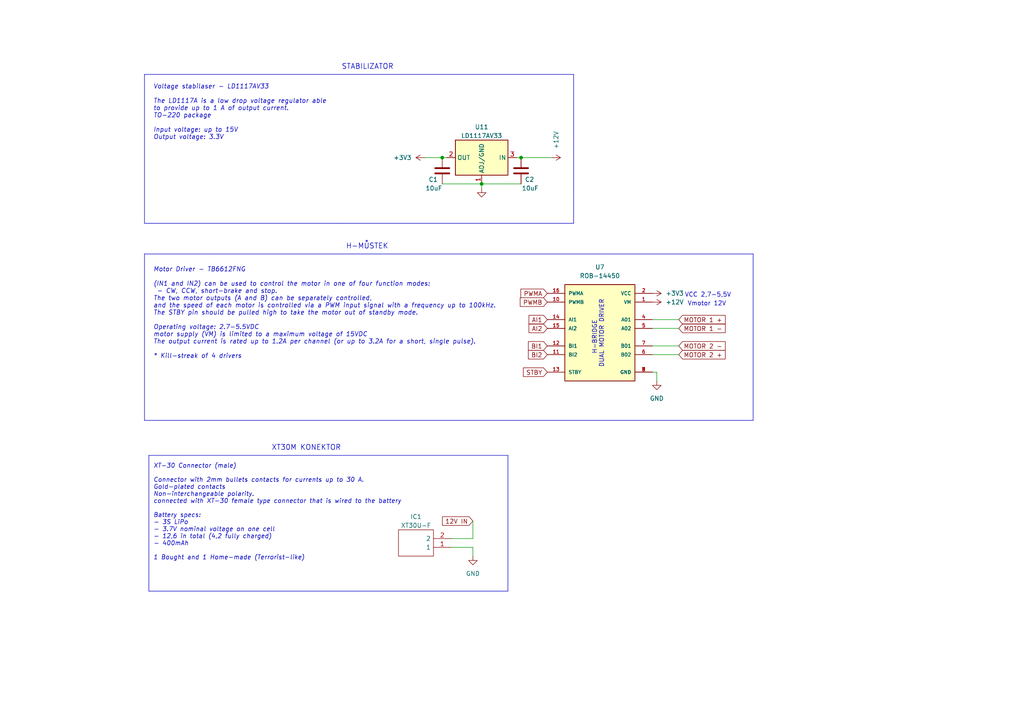
<source format=kicad_sch>
(kicad_sch (version 20230121) (generator eeschema)
  (paper "A4")
  (lib_symbols
    (symbol "+3V3_1" (power) (pin_names (offset 0))
      (property "Value" "+3V3_1" (at 0 3.556 0))
      (symbol "+3V3_1_0_1"
        (polyline (pts (xy -0.762 1.27) (xy 0 2.54)))
        (polyline (pts (xy 0 0) (xy 0 2.54)))
        (polyline (pts (xy 0 2.54) (xy 0.762 1.27)))
      )
      (symbol "+3V3_1_1_1"
        (pin power_in line (at 0 0 90) (length 0) hide (name "+3V3") (number "1"))
      )
    )
    (symbol "Device:C" (pin_numbers hide) (pin_names (offset 0.254))
      (property "Reference" "C" (at 0.635 2.54 0))
      (property "Value" "C" (at 0.635 -2.54 0))
      (symbol "C_0_1"
        (polyline (pts (xy -2.032 -0.762) (xy 2.032 -0.762)) (stroke (width 0.508)))
        (polyline (pts (xy -2.032 0.762) (xy 2.032 0.762)) (stroke (width 0.508)))
      )
      (symbol "C_1_1"
        (pin passive line (at 0 3.81 270) (length 2.794) (name "~") (number "1"))
        (pin passive line (at 0 -3.81 90) (length 2.794) (name "~") (number "2"))
      )
    )
    (symbol "ROB-14450:ROB-14450" (pin_names (offset 1.016))
      (property "Reference" "U" (at -10.16 16.002 0))
      (property "Value" "ROB-14450" (at -10.16 -15.24 0))
      (symbol "ROB-14450_0_0"
        (rectangle (start -10.16 -12.7) (end 10.16 15.24) (stroke (width 0.254)) (fill (type background)))
        (pin power_in line (at 15.24 10.16 180) (length 5.08) (name "VM") (number "1"))
        (pin input line (at -15.24 10.16 0) (length 5.08) (name "PWMB") (number "10"))
        (pin input line (at -15.24 -5.08 0) (length 5.08) (name "BI2") (number "11"))
        (pin input line (at -15.24 -2.54 0) (length 5.08) (name "BI1") (number "12"))
        (pin input line (at -15.24 -10.16 0) (length 5.08) (name "STBY") (number "13"))
        (pin input line (at -15.24 5.08 0) (length 5.08) (name "AI1") (number "14"))
        (pin input line (at -15.24 2.54 0) (length 5.08) (name "AI2") (number "15"))
        (pin input line (at -15.24 12.7 0) (length 5.08) (name "PWMA") (number "16"))
        (pin power_in line (at 15.24 12.7 180) (length 5.08) (name "VCC") (number "2"))
        (pin power_in line (at 15.24 -10.16 180) (length 5.08) (name "GND") (number "3"))
        (pin output line (at 15.24 5.08 180) (length 5.08) (name "A01") (number "4"))
        (pin output line (at 15.24 2.54 180) (length 5.08) (name "A02") (number "5"))
        (pin output line (at 15.24 -5.08 180) (length 5.08) (name "B02") (number "6"))
        (pin output line (at 15.24 -2.54 180) (length 5.08) (name "B01") (number "7"))
        (pin power_in line (at 15.24 -10.16 180) (length 5.08) (name "GND") (number "8"))
        (pin power_in line (at 15.24 -10.16 180) (length 5.08) (name "GND") (number "9"))
      )
    )
    (symbol "Regulator_Linear:LD1086V33-DG"
      (property "Reference" "U" (at 0 10.16 0))
      (property "Value" "LD1086V33-DG" (at 0 7.62 0))
      (symbol "LD1086V33-DG_1_1"
        (rectangle (start -7.62 -5.08) (end 7.62 5.08) (stroke (width 0.254)) (fill (type background)))
        (pin input line (at 0 -7.62 90) (length 2.54) (name "ADJ/GND") (number "1"))
        (pin power_out line (at 10.16 0 180) (length 2.54) (name "OUT") (number "2"))
        (pin power_in line (at -10.16 0 0) (length 2.54) (name "IN") (number "3"))
      )
    )
    (symbol "SamacSys_Parts:XT30U-M" (pin_names (offset 0.762))
      (property "Reference" "IC" (at 16.51 7.62 0))
      (property "Value" "XT30U-M" (at 16.51 5.08 0))
      (symbol "XT30U-M_0_0"
        (pin passive line (at 0 0 0) (length 5.08) (name "1") (number "1"))
        (pin passive line (at 0 -2.54 0) (length 5.08) (name "2") (number "2"))
      )
      (symbol "XT30U-M_0_1"
        (polyline (pts (xy 5.08 2.54) (xy 15.24 2.54) (xy 15.24 -5.08) (xy 5.08 -5.08) (xy 5.08 2.54)) (stroke (width 0.1524)))
      )
    )
    (symbol "power:+12V" (power) (pin_names (offset 0))
      (property "Value" "+12V" (at 0 3.556 0))
      (symbol "+12V_0_1"
        (polyline (pts (xy -0.762 1.27) (xy 0 2.54)))
        (polyline (pts (xy 0 0) (xy 0 2.54)))
        (polyline (pts (xy 0 2.54) (xy 0.762 1.27)))
      )
      (symbol "+12V_1_1"
        (pin power_in line (at 0 0 90) (length 0) hide (name "+12V") (number "1"))
      )
    )
    (symbol "power:+3V3" (power) (pin_names (offset 0))
      (property "Value" "+3V3" (at 0 3.556 0))
      (symbol "+3V3_0_1"
        (polyline (pts (xy -0.762 1.27) (xy 0 2.54)))
        (polyline (pts (xy 0 0) (xy 0 2.54)))
        (polyline (pts (xy 0 2.54) (xy 0.762 1.27)))
      )
      (symbol "+3V3_1_1"
        (pin power_in line (at 0 0 90) (length 0) hide (name "+3V3") (number "1"))
      )
    )
    (symbol "power:GND" (power) (pin_names (offset 0))
      (property "Value" "GND" (at 0 -3.81 0))
      (symbol "GND_0_1"
        (polyline (pts (xy 0 0) (xy 0 -1.27) (xy 1.27 -1.27) (xy 0 -2.54) (xy -1.27 -1.27) (xy 0 -1.27)))
      )
      (symbol "GND_1_1"
        (pin power_in line (at 0 0 270) (length 0) hide (name "GND") (number "1"))
      )
    )
  )
  (junction (at 128.27 45.72))
  (junction (at 139.7 53.34))
  (junction (at 151.13 45.72))
  (polyline (pts (xy 41.91 21.59) (xy 41.91 64.77)))
  (polyline (pts (xy 41.91 64.77) (xy 97.79 64.77)))
  (polyline (pts (xy 97.79 64.77) (xy 166.37 64.77)))
  (polyline (pts (xy 166.37 58.42) (xy 166.37 21.59)))
  (wire (pts (xy 130.81 156.21) (xy 137.16 156.21)))
  (wire (pts (xy 190.5 110.49) (xy 190.5 107.95)))
  (polyline (pts (xy 147.32 171.45) (xy 147.32 132.08)))
  (polyline (pts (xy 166.37 21.59) (xy 41.91 21.59)))
  (polyline (pts (xy 43.18 132.08) (xy 43.18 171.45)))
  (wire (pts (xy 196.85 95.25) (xy 189.23 95.25)))
  (wire (pts (xy 196.85 100.33) (xy 189.23 100.33)))
  (wire (pts (xy 137.16 158.75) (xy 137.16 161.29)))
  (polyline (pts (xy 166.37 58.42) (xy 166.37 64.77)))
  (wire (pts (xy 123.19 45.72) (xy 128.27 45.72)))
  (polyline (pts (xy 218.44 73.66) (xy 218.44 121.92)))
  (wire (pts (xy 151.13 53.34) (xy 139.7 53.34)))
  (wire (pts (xy 139.7 54.61) (xy 139.7 53.34)))
  (wire (pts (xy 196.85 102.87) (xy 189.23 102.87)))
  (wire (pts (xy 196.85 92.71) (xy 189.23 92.71)))
  (polyline (pts (xy 43.18 132.08) (xy 147.32 132.08)))
  (polyline (pts (xy 41.91 121.92) (xy 41.91 73.66)))
  (polyline (pts (xy 218.44 121.92) (xy 41.91 121.92)))
  (wire (pts (xy 149.86 45.72) (xy 151.13 45.72)))
  (wire (pts (xy 151.13 45.72) (xy 160.02 45.72)))
  (wire (pts (xy 137.16 151.13) (xy 137.16 156.21)))
  (wire (pts (xy 128.27 45.72) (xy 129.54 45.72)))
  (wire (pts (xy 190.5 107.95) (xy 189.23 107.95)))
  (polyline (pts (xy 218.44 73.66) (xy 41.91 73.66)))
  (wire (pts (xy 130.81 158.75) (xy 137.16 158.75)))
  (polyline (pts (xy 43.18 171.45) (xy 147.32 171.45)))
  (wire (pts (xy 139.7 53.34) (xy 128.27 53.34)))
  (text "Motor Driver - TB6612FNG\n\n(IN1 and IN2) can be used to control the motor in one of four function modes: \n - CW, CCW, short-brake and stop.\nThe two motor outputs (A and B) can be separately controlled, \nand the speed of each motor is controlled via a PWM input signal with a frequency up to 100kHz.\nThe STBY pin should be pulled high to take the motor out of standby mode.\n\nOperating voltage: 2.7-5.5VDC\nmotor supply (VM) is limited to a maximum voltage of 15VDC\nThe output current is rated up to 1.2A per channel (or up to 3.2A for a short, single pulse).\n\n* Kill-streak of 4 drivers" (at 44.45 104.14 0) (effects (font (size 1.3 1.3) italic) (justify left bottom)))
  (text "Vmotor 12V" (at 199.39 88.9 0) (effects (font (size 1.27 1.27)) (justify left bottom)))
  (text "    H-BRIDGE\nDUAL MOTOR DRIVER" (at 175.26 106.68 90) (effects (font (size 1.27 1.27)) (justify left bottom)))
  (text "XT-30 Connector (male)\n\nConnector with 2mm bullets contacts for currents up to 30 A.\nGold-plated contacts\nNon-interchangeable polarity.\nconnected with XT-30 female type connector that is wired to the battery\n\nBattery specs:\n- 3S LiPo\n- 3.7V nominal voltage on one cell\n- 12,6 in total (4,2 fully charged)\n- 400mAh \n\n1 Bought and 1 Home-made (Terrorist-like)" (at 44.45 162.56 0) (effects (font (size 1.27 1.27) italic) (justify left bottom)))
  (text "H-MŮSTEK" (at 100.33 72.39 0) (effects (font (size 1.5 1.5)) (justify left bottom)))
  (text "Voltage stabilaser - LD1117AV33\n\nThe LD1117A is a low drop voltage regulator able\nto provide up to 1 A of output current.\nTO-220 package\n\nInput voltage: up to 15V\nOutput voltage: 3.3V" (at 44.45 40.64 0) (effects (font (size 1.3 1.3) italic) (justify left bottom)))
  (text "XT30M KONEKTOR" (at 78.74 130.81 0) (effects (font (size 1.5 1.5)) (justify left bottom)))
  (text "VCC 2,7-5,5V" (at 212.09 86.36 0) (effects (font (size 1.27 1.27)) (justify right bottom)))
  (text "STABILIZATOR\n" (at 99.06 20.32 0) (effects (font (size 1.5 1.5)) (justify left bottom)))
  (global_label "MOTOR 1 +" (shape input) (at 196.85 92.71 0) (property "Intersheetrefs" "${INTERSHEET_REFS}" (effects hide)))
  (global_label "AI2" (shape input) (at 158.75 95.25 180) (property "Intersheetrefs" "${INTERSHEET_REFS}" (effects hide)))
  (global_label "STBY" (shape input) (at 158.75 107.95 180) (property "Intersheetrefs" "${INTERSHEET_REFS}" (effects hide)))
  (global_label "BI2" (shape input) (at 158.75 102.87 180) (property "Intersheetrefs" "${INTERSHEET_REFS}" (effects hide)))
  (global_label "PWMB" (shape input) (at 158.75 87.63 180) (property "Intersheetrefs" "${INTERSHEET_REFS}" (effects hide)))
  (global_label "MOTOR 2 -" (shape input) (at 196.85 100.33 0) (property "Intersheetrefs" "${INTERSHEET_REFS}" (effects hide)))
  (global_label "12V IN" (shape input) (at 137.16 151.13 180) (property "Intersheetrefs" "${INTERSHEET_REFS}" (effects hide)))
  (global_label "MOTOR 2 +" (shape input) (at 196.85 102.87 0) (property "Intersheetrefs" "${INTERSHEET_REFS}" (effects hide)))
  (global_label "PWMA" (shape input) (at 158.75 85.09 180) (property "Intersheetrefs" "${INTERSHEET_REFS}" (effects hide)))
  (global_label "AI1" (shape input) (at 158.75 92.71 180) (property "Intersheetrefs" "${INTERSHEET_REFS}" (effects hide)))
  (global_label "MOTOR 1 -" (shape input) (at 196.85 95.25 0) (property "Intersheetrefs" "${INTERSHEET_REFS}" (effects hide)))
  (global_label "BI1" (shape input) (at 158.75 100.33 180) (property "Intersheetrefs" "${INTERSHEET_REFS}" (effects hide)))
  (symbol (lib_id "power:GND") (at 190.5 110.49 0) (unit 1)
    (property "Reference" "#PWR0105" (effects hide))
    (property "Value" "GND" (at 190.5 115.57 0))
    (instances (project "sumec" (path "" (reference "#PWR0105") (unit 1)) (path "" (reference "#PWR029") (unit 1))))
  )
  (symbol (lib_id "power:+3V3") (at 123.19 45.72 90) (unit 1)
    (property "Reference" "#PWR015" (effects hide))
    (property "Value" "+3V3" (at 119.38 45.72 90) (effects (justify left)))
    (instances (project "sumec" (path "" (reference "#PWR015") (unit 1)) (path "" (reference "#PWR016") (unit 1))))
  )
  (symbol (lib_id "Device:C") (at 128.27 49.53 0) (mirror y) (unit 1)
    (property "Reference" "C1" (at 127 52.07 0) (effects (justify left)))
    (property "Value" "10uF" (at 128.27 54.61 0) (effects (justify left)))
    (property "Footprint" "Capacitor_THT:CP_Radial_D4.0mm_P2.00mm" (effects hide))
  )
  (symbol (lib_id "Device:C") (at 151.13 49.53 0) (mirror y) (unit 1)
    (property "Reference" "C2" (at 154.94 52.07 0) (effects (justify left)))
    (property "Value" "10uF" (at 156.21 54.61 0) (effects (justify left)))
    (property "Footprint" "Capacitor_THT:CP_Radial_D4.0mm_P2.00mm" (effects hide))
  )
  (symbol (lib_id "ROB-14450:ROB-14450") (at 173.99 97.79 0) (unit 1)
    (property "Reference" "U7" (at 173.99 77.47 0))
    (property "Value" "ROB-14450" (at 173.99 80.01 0))
    (property "Footprint" "H-BRIDGE:MODULE_ROB-14450" (effects hide))
    (property "MANUFACTURER" "Sparkfun Electronics" (effects hide))
    (property "PARTREV" "11-13-17" (effects hide))
    (property "STANDARD" "Manufacturer Recommendation" (effects hide))
    (instances (project "sumec" (path "" (reference "U7") (unit 1)) (path "" (reference "U10") (unit 1))))
  )
  (symbol (lib_name "+3V3_1") (lib_id "power:+3V3") (at 189.23 85.09 270) (unit 1)
    (property "Reference" "#PWR0133" (effects hide))
    (property "Value" "+3V3" (at 193.04 85.0899 90) (effects (justify left)))
    (instances (project "sumec" (path "" (reference "#PWR0133") (unit 1)) (path "" (reference "#PWR027") (unit 1))))
  )
  (symbol (lib_id "SamacSys_Parts:XT30U-M") (at 130.81 158.75 180) (unit 1)
    (property "Reference" "IC1" (at 120.65 149.86 0))
    (property "Value" "XT30U-F" (at 120.65 152.4 0))
    (property "Footprint" "Connector_AMASS:AMASS_XT30UPB-M_1x02_P5.0mm_Vertical" (effects hide))
    (property "Datasheet" "https://www.tme.eu/Document/3cbfa5cfa544d79584972dd5234a409e/XT30U%20SPEC.pdf" (effects hide))
    (property "Description" "Plug; DC supply; XT30; male; PIN: 2; for cable; soldering; 15A; 500V" (effects hide))
    (property "Height" "10.7" (effects hide))
    (property "Manufacturer_Name" "Amass" (effects hide))
    (property "Manufacturer_Part_Number" "XT30U-M" (effects hide))
    (property "LCSC" "C99101" (effects hide))
  )
  (symbol (lib_id "power:GND") (at 139.7 54.61 0) (mirror y) (unit 1)
    (property "Reference" "#PWR016" (effects hide))
    (property "Value" "GND" (effects hide))
    (instances (project "sumec" (path "" (reference "#PWR016") (unit 1)) (path "" (reference "#PWR017") (unit 1))))
  )
  (symbol (lib_id "power:GND") (at 137.16 161.29 0) (unit 1)
    (property "Reference" "#PWR0125" (effects hide))
    (property "Value" "GND" (at 137.16 166.37 0))
    (instances (project "sumec" (path "" (reference "#PWR0125") (unit 1)) (path "" (reference "#PWR015") (unit 1))))
  )
  (symbol (lib_id "power:+12V") (at 160.02 45.72 270) (unit 1)
    (property "Reference" "#PWR017" (effects hide))
    (property "Value" "+12V" (at 161.29 40.64 0))
    (property "Footprint" "Battery:BatteryHolder_Bulgin_BX0036_1xC" (effects hide))
    (instances (project "sumec" (path "" (reference "#PWR017") (unit 1)) (path "" (reference "#PWR026") (unit 1))))
  )
  (symbol (lib_id "power:+12V") (at 189.23 87.63 270) (unit 1)
    (property "Reference" "#PWR0109" (effects hide))
    (property "Value" "+12V" (at 193.04 87.6299 90) (effects (justify left)))
    (instances (project "sumec" (path "" (reference "#PWR0109") (unit 1)) (path "" (reference "#PWR028") (unit 1))))
  )
  (symbol (lib_id "Regulator_Linear:LD1086V33-DG") (at 139.7 45.72 0) (mirror y) (unit 1)
    (property "Reference" "U11" (at 139.7 36.83 0))
    (property "Value" "LD1117AV33" (at 139.7 39.37 0))
    (property "Footprint" "Package_TO_SOT_THT:TO-220-3_Vertical" (effects hide))
    (property "Datasheet" "https://www.st.com/resource/en/datasheet/ld1086.pdf" (effects hide))
    (instances (project "sumec" (path "" (reference "U11") (unit 1)) (path "" (reference "U7") (unit 1))))
  )
)
</source>
